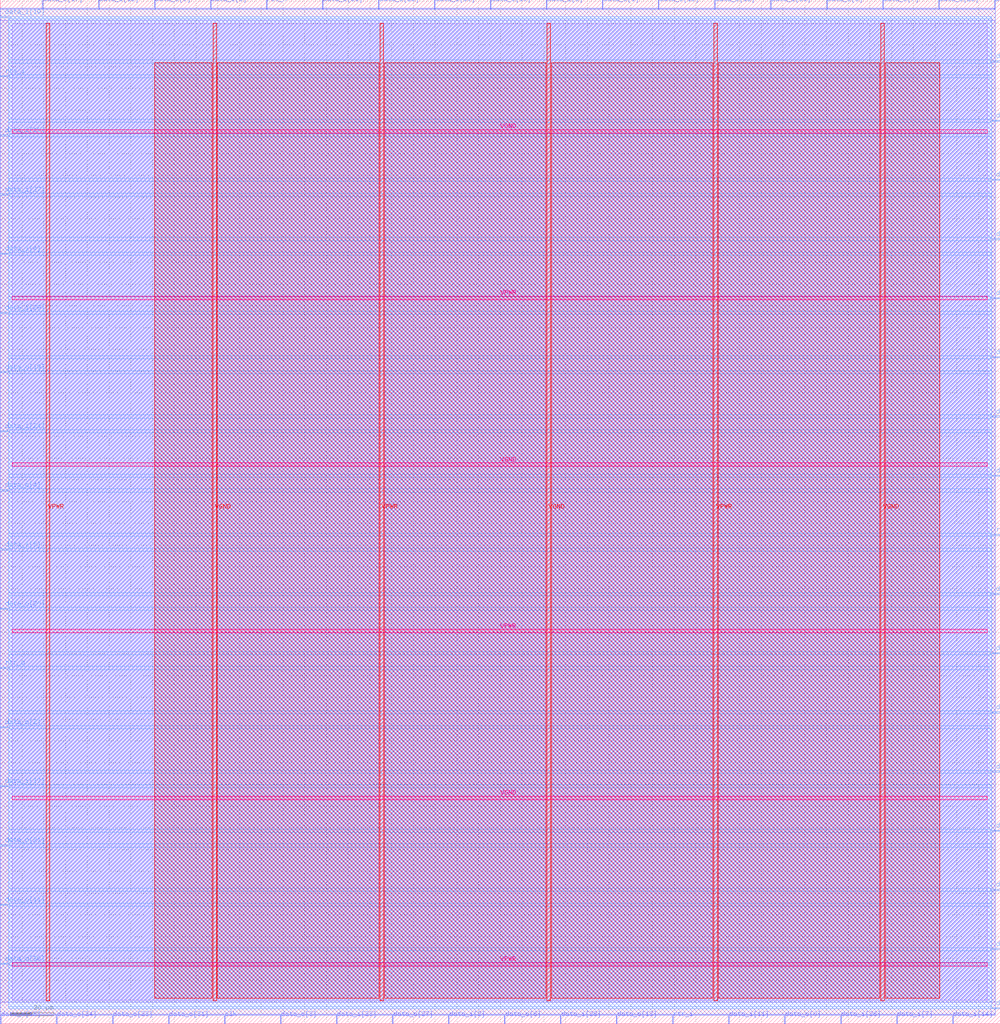
<source format=lef>
VERSION 5.7 ;
  NOWIREEXTENSIONATPIN ON ;
  DIVIDERCHAR "/" ;
  BUSBITCHARS "[]" ;
MACRO teras
  CLASS BLOCK ;
  FOREIGN teras ;
  ORIGIN 0.000 0.000 ;
  SIZE 459.920 BY 470.640 ;
  PIN VGND
    DIRECTION INPUT ;
    USE GROUND ;
    PORT
      LAYER met5 ;
        RECT 5.520 103.080 454.020 104.680 ;
    END
    PORT
      LAYER met5 ;
        RECT 5.520 256.260 454.020 257.860 ;
    END
    PORT
      LAYER met5 ;
        RECT 5.520 409.440 454.020 411.040 ;
    END
    PORT
      LAYER met4 ;
        RECT 97.840 10.640 99.440 459.920 ;
    END
    PORT
      LAYER met4 ;
        RECT 251.440 10.640 253.040 459.920 ;
    END
    PORT
      LAYER met4 ;
        RECT 405.040 10.640 406.640 459.920 ;
    END
  END VGND
  PIN VPWR
    DIRECTION INPUT ;
    USE POWER ;
    PORT
      LAYER met5 ;
        RECT 5.520 26.490 454.020 28.090 ;
    END
    PORT
      LAYER met5 ;
        RECT 5.520 179.670 454.020 181.270 ;
    END
    PORT
      LAYER met5 ;
        RECT 5.520 332.850 454.020 334.450 ;
    END
    PORT
      LAYER met4 ;
        RECT 21.040 10.640 22.640 459.920 ;
    END
    PORT
      LAYER met4 ;
        RECT 174.640 10.640 176.240 459.920 ;
    END
    PORT
      LAYER met4 ;
        RECT 328.240 10.640 329.840 459.920 ;
    END
  END VPWR
  PIN clk
    DIRECTION INPUT ;
    USE SIGNAL ;
    PORT
      LAYER met2 ;
        RECT 103.130 0.000 103.410 4.000 ;
    END
  END clk
  PIN data_i[0]
    DIRECTION INPUT ;
    USE SIGNAL ;
    PORT
      LAYER met3 ;
        RECT 455.920 197.240 459.920 197.840 ;
    END
  END data_i[0]
  PIN data_i[10]
    DIRECTION INPUT ;
    USE SIGNAL ;
    PORT
      LAYER met3 ;
        RECT 0.000 408.040 4.000 408.640 ;
    END
  END data_i[10]
  PIN data_i[11]
    DIRECTION INPUT ;
    USE SIGNAL ;
    PORT
      LAYER met2 ;
        RECT 334.970 0.000 335.250 4.000 ;
    END
  END data_i[11]
  PIN data_i[12]
    DIRECTION INPUT ;
    USE SIGNAL ;
    PORT
      LAYER met2 ;
        RECT 45.170 466.640 45.450 470.640 ;
    END
  END data_i[12]
  PIN data_i[13]
    DIRECTION INPUT ;
    USE SIGNAL ;
    PORT
      LAYER met3 ;
        RECT 455.920 306.040 459.920 306.640 ;
    END
  END data_i[13]
  PIN data_i[14]
    DIRECTION INPUT ;
    USE SIGNAL ;
    PORT
      LAYER met2 ;
        RECT 438.010 0.000 438.290 4.000 ;
    END
  END data_i[14]
  PIN data_i[15]
    DIRECTION INPUT ;
    USE SIGNAL ;
    PORT
      LAYER met3 ;
        RECT 455.920 61.240 459.920 61.840 ;
    END
  END data_i[15]
  PIN data_i[16]
    DIRECTION INPUT ;
    USE SIGNAL ;
    PORT
      LAYER met3 ;
        RECT 455.920 88.440 459.920 89.040 ;
    END
  END data_i[16]
  PIN data_i[17]
    DIRECTION INPUT ;
    USE SIGNAL ;
    PORT
      LAYER met3 ;
        RECT 0.000 108.840 4.000 109.440 ;
    END
  END data_i[17]
  PIN data_i[18]
    DIRECTION INPUT ;
    USE SIGNAL ;
    PORT
      LAYER met3 ;
        RECT 455.920 360.440 459.920 361.040 ;
    END
  END data_i[18]
  PIN data_i[19]
    DIRECTION INPUT ;
    USE SIGNAL ;
    PORT
      LAYER met3 ;
        RECT 0.000 462.440 4.000 463.040 ;
    END
  END data_i[19]
  PIN data_i[1]
    DIRECTION INPUT ;
    USE SIGNAL ;
    PORT
      LAYER met3 ;
        RECT 455.920 333.240 459.920 333.840 ;
    END
  END data_i[1]
  PIN data_i[20]
    DIRECTION INPUT ;
    USE SIGNAL ;
    PORT
      LAYER met3 ;
        RECT 455.920 34.040 459.920 34.640 ;
    END
  END data_i[20]
  PIN data_i[21]
    DIRECTION INPUT ;
    USE SIGNAL ;
    PORT
      LAYER met2 ;
        RECT 148.210 466.640 148.490 470.640 ;
    END
  END data_i[21]
  PIN data_i[22]
    DIRECTION INPUT ;
    USE SIGNAL ;
    PORT
      LAYER met3 ;
        RECT 455.920 142.840 459.920 143.440 ;
    END
  END data_i[22]
  PIN data_i[23]
    DIRECTION INPUT ;
    USE SIGNAL ;
    PORT
      LAYER met2 ;
        RECT 154.650 0.000 154.930 4.000 ;
    END
  END data_i[23]
  PIN data_i[24]
    DIRECTION INPUT ;
    USE SIGNAL ;
    PORT
      LAYER met3 ;
        RECT 0.000 272.040 4.000 272.640 ;
    END
  END data_i[24]
  PIN data_i[25]
    DIRECTION INPUT ;
    USE SIGNAL ;
    PORT
      LAYER met3 ;
        RECT 455.920 278.840 459.920 279.440 ;
    END
  END data_i[25]
  PIN data_i[26]
    DIRECTION INPUT ;
    USE SIGNAL ;
    PORT
      LAYER met2 ;
        RECT 386.490 0.000 386.770 4.000 ;
    END
  END data_i[26]
  PIN data_i[27]
    DIRECTION INPUT ;
    USE SIGNAL ;
    PORT
      LAYER met3 ;
        RECT 0.000 380.840 4.000 381.440 ;
    END
  END data_i[27]
  PIN data_i[28]
    DIRECTION INPUT ;
    USE SIGNAL ;
    PORT
      LAYER met2 ;
        RECT 257.690 0.000 257.970 4.000 ;
    END
  END data_i[28]
  PIN data_i[29]
    DIRECTION INPUT ;
    USE SIGNAL ;
    PORT
      LAYER met3 ;
        RECT 0.000 326.440 4.000 327.040 ;
    END
  END data_i[29]
  PIN data_i[2]
    DIRECTION INPUT ;
    USE SIGNAL ;
    PORT
      LAYER met2 ;
        RECT 206.170 0.000 206.450 4.000 ;
    END
  END data_i[2]
  PIN data_i[30]
    DIRECTION INPUT ;
    USE SIGNAL ;
    PORT
      LAYER met2 ;
        RECT 199.730 466.640 200.010 470.640 ;
    END
  END data_i[30]
  PIN data_i[31]
    DIRECTION INPUT ;
    USE SIGNAL ;
    PORT
      LAYER met2 ;
        RECT 354.290 466.640 354.570 470.640 ;
    END
  END data_i[31]
  PIN data_i[3]
    DIRECTION INPUT ;
    USE SIGNAL ;
    PORT
      LAYER met2 ;
        RECT 96.690 466.640 96.970 470.640 ;
    END
  END data_i[3]
  PIN data_i[4]
    DIRECTION INPUT ;
    USE SIGNAL ;
    PORT
      LAYER met3 ;
        RECT 0.000 353.640 4.000 354.240 ;
    END
  END data_i[4]
  PIN data_i[5]
    DIRECTION INPUT ;
    USE SIGNAL ;
    PORT
      LAYER met3 ;
        RECT 0.000 217.640 4.000 218.240 ;
    END
  END data_i[5]
  PIN data_i[6]
    DIRECTION INPUT ;
    USE SIGNAL ;
    PORT
      LAYER met2 ;
        RECT 457.330 466.640 457.610 470.640 ;
    END
  END data_i[6]
  PIN data_i[7]
    DIRECTION INPUT ;
    USE SIGNAL ;
    PORT
      LAYER met2 ;
        RECT 412.250 0.000 412.530 4.000 ;
    END
  END data_i[7]
  PIN data_i[8]
    DIRECTION INPUT ;
    USE SIGNAL ;
    PORT
      LAYER met2 ;
        RECT 251.250 466.640 251.530 470.640 ;
    END
  END data_i[8]
  PIN data_i[9]
    DIRECTION INPUT ;
    USE SIGNAL ;
    PORT
      LAYER met3 ;
        RECT 455.920 442.040 459.920 442.640 ;
    END
  END data_i[9]
  PIN data_o[0]
    DIRECTION OUTPUT TRISTATE ;
    USE SIGNAL ;
    PORT
      LAYER met2 ;
        RECT 360.730 0.000 361.010 4.000 ;
    END
  END data_o[0]
  PIN data_o[10]
    DIRECTION OUTPUT TRISTATE ;
    USE SIGNAL ;
    PORT
      LAYER met2 ;
        RECT 225.490 466.640 225.770 470.640 ;
    END
  END data_o[10]
  PIN data_o[11]
    DIRECTION OUTPUT TRISTATE ;
    USE SIGNAL ;
    PORT
      LAYER met3 ;
        RECT 0.000 54.440 4.000 55.040 ;
    END
  END data_o[11]
  PIN data_o[12]
    DIRECTION OUTPUT TRISTATE ;
    USE SIGNAL ;
    PORT
      LAYER met3 ;
        RECT 455.920 115.640 459.920 116.240 ;
    END
  END data_o[12]
  PIN data_o[13]
    DIRECTION OUTPUT TRISTATE ;
    USE SIGNAL ;
    PORT
      LAYER met2 ;
        RECT 283.450 0.000 283.730 4.000 ;
    END
  END data_o[13]
  PIN data_o[14]
    DIRECTION OUTPUT TRISTATE ;
    USE SIGNAL ;
    PORT
      LAYER met3 ;
        RECT 455.920 170.040 459.920 170.640 ;
    END
  END data_o[14]
  PIN data_o[15]
    DIRECTION OUTPUT TRISTATE ;
    USE SIGNAL ;
    PORT
      LAYER met2 ;
        RECT 302.770 466.640 303.050 470.640 ;
    END
  END data_o[15]
  PIN data_o[16]
    DIRECTION OUTPUT TRISTATE ;
    USE SIGNAL ;
    PORT
      LAYER met2 ;
        RECT 328.530 466.640 328.810 470.640 ;
    END
  END data_o[16]
  PIN data_o[17]
    DIRECTION OUTPUT TRISTATE ;
    USE SIGNAL ;
    PORT
      LAYER met2 ;
        RECT 19.410 466.640 19.690 470.640 ;
    END
  END data_o[17]
  PIN data_o[18]
    DIRECTION OUTPUT TRISTATE ;
    USE SIGNAL ;
    PORT
      LAYER met2 ;
        RECT 0.090 0.000 0.370 4.000 ;
    END
  END data_o[18]
  PIN data_o[19]
    DIRECTION OUTPUT TRISTATE ;
    USE SIGNAL ;
    PORT
      LAYER met3 ;
        RECT 0.000 299.240 4.000 299.840 ;
    END
  END data_o[19]
  PIN data_o[1]
    DIRECTION OUTPUT TRISTATE ;
    USE SIGNAL ;
    PORT
      LAYER met2 ;
        RECT 277.010 466.640 277.290 470.640 ;
    END
  END data_o[1]
  PIN data_o[20]
    DIRECTION OUTPUT TRISTATE ;
    USE SIGNAL ;
    PORT
      LAYER met3 ;
        RECT 0.000 190.440 4.000 191.040 ;
    END
  END data_o[20]
  PIN data_o[21]
    DIRECTION OUTPUT TRISTATE ;
    USE SIGNAL ;
    PORT
      LAYER met3 ;
        RECT 0.000 81.640 4.000 82.240 ;
    END
  END data_o[21]
  PIN data_o[22]
    DIRECTION OUTPUT TRISTATE ;
    USE SIGNAL ;
    PORT
      LAYER met2 ;
        RECT 173.970 466.640 174.250 470.640 ;
    END
  END data_o[22]
  PIN data_o[23]
    DIRECTION OUTPUT TRISTATE ;
    USE SIGNAL ;
    PORT
      LAYER met2 ;
        RECT 51.610 0.000 51.890 4.000 ;
    END
  END data_o[23]
  PIN data_o[24]
    DIRECTION OUTPUT TRISTATE ;
    USE SIGNAL ;
    PORT
      LAYER met2 ;
        RECT 25.850 0.000 26.130 4.000 ;
    END
  END data_o[24]
  PIN data_o[25]
    DIRECTION OUTPUT TRISTATE ;
    USE SIGNAL ;
    PORT
      LAYER met3 ;
        RECT 455.920 414.840 459.920 415.440 ;
    END
  END data_o[25]
  PIN data_o[26]
    DIRECTION OUTPUT TRISTATE ;
    USE SIGNAL ;
    PORT
      LAYER met2 ;
        RECT 431.570 466.640 431.850 470.640 ;
    END
  END data_o[26]
  PIN data_o[27]
    DIRECTION OUTPUT TRISTATE ;
    USE SIGNAL ;
    PORT
      LAYER met2 ;
        RECT 180.410 0.000 180.690 4.000 ;
    END
  END data_o[27]
  PIN data_o[28]
    DIRECTION OUTPUT TRISTATE ;
    USE SIGNAL ;
    PORT
      LAYER met3 ;
        RECT 455.920 387.640 459.920 388.240 ;
    END
  END data_o[28]
  PIN data_o[29]
    DIRECTION OUTPUT TRISTATE ;
    USE SIGNAL ;
    PORT
      LAYER met3 ;
        RECT 455.920 6.840 459.920 7.440 ;
    END
  END data_o[29]
  PIN data_o[2]
    DIRECTION OUTPUT TRISTATE ;
    USE SIGNAL ;
    PORT
      LAYER met3 ;
        RECT 0.000 136.040 4.000 136.640 ;
    END
  END data_o[2]
  PIN data_o[30]
    DIRECTION OUTPUT TRISTATE ;
    USE SIGNAL ;
    PORT
      LAYER met3 ;
        RECT 0.000 27.240 4.000 27.840 ;
    END
  END data_o[30]
  PIN data_o[31]
    DIRECTION OUTPUT TRISTATE ;
    USE SIGNAL ;
    PORT
      LAYER met2 ;
        RECT 77.370 0.000 77.650 4.000 ;
    END
  END data_o[31]
  PIN data_o[3]
    DIRECTION OUTPUT TRISTATE ;
    USE SIGNAL ;
    PORT
      LAYER met2 ;
        RECT 128.890 0.000 129.170 4.000 ;
    END
  END data_o[3]
  PIN data_o[4]
    DIRECTION OUTPUT TRISTATE ;
    USE SIGNAL ;
    PORT
      LAYER met3 ;
        RECT 0.000 244.840 4.000 245.440 ;
    END
  END data_o[4]
  PIN data_o[5]
    DIRECTION OUTPUT TRISTATE ;
    USE SIGNAL ;
    PORT
      LAYER met3 ;
        RECT 455.920 251.640 459.920 252.240 ;
    END
  END data_o[5]
  PIN data_o[6]
    DIRECTION OUTPUT TRISTATE ;
    USE SIGNAL ;
    PORT
      LAYER met2 ;
        RECT 231.930 0.000 232.210 4.000 ;
    END
  END data_o[6]
  PIN data_o[7]
    DIRECTION OUTPUT TRISTATE ;
    USE SIGNAL ;
    PORT
      LAYER met2 ;
        RECT 405.810 466.640 406.090 470.640 ;
    END
  END data_o[7]
  PIN data_o[8]
    DIRECTION OUTPUT TRISTATE ;
    USE SIGNAL ;
    PORT
      LAYER met2 ;
        RECT 380.050 466.640 380.330 470.640 ;
    END
  END data_o[8]
  PIN data_o[9]
    DIRECTION OUTPUT TRISTATE ;
    USE SIGNAL ;
    PORT
      LAYER met2 ;
        RECT 70.930 466.640 71.210 470.640 ;
    END
  END data_o[9]
  PIN rst_n
    DIRECTION INPUT ;
    USE SIGNAL ;
    PORT
      LAYER met2 ;
        RECT 122.450 466.640 122.730 470.640 ;
    END
  END rst_n
  PIN rtr_i
    DIRECTION INPUT ;
    USE SIGNAL ;
    PORT
      LAYER met2 ;
        RECT 309.210 0.000 309.490 4.000 ;
    END
  END rtr_i
  PIN rtr_o
    DIRECTION OUTPUT TRISTATE ;
    USE SIGNAL ;
    PORT
      LAYER met3 ;
        RECT 0.000 163.240 4.000 163.840 ;
    END
  END rtr_o
  PIN rts_i
    DIRECTION INPUT ;
    USE SIGNAL ;
    PORT
      LAYER met3 ;
        RECT 0.000 435.240 4.000 435.840 ;
    END
  END rts_i
  PIN rts_o
    DIRECTION OUTPUT TRISTATE ;
    USE SIGNAL ;
    PORT
      LAYER met3 ;
        RECT 455.920 224.440 459.920 225.040 ;
    END
  END rts_o
  OBS
      LAYER li1 ;
        RECT 5.520 10.795 454.020 459.765 ;
      LAYER met1 ;
        RECT 0.070 9.900 457.630 461.340 ;
      LAYER met2 ;
        RECT 0.100 466.360 19.130 466.890 ;
        RECT 19.970 466.360 44.890 466.890 ;
        RECT 45.730 466.360 70.650 466.890 ;
        RECT 71.490 466.360 96.410 466.890 ;
        RECT 97.250 466.360 122.170 466.890 ;
        RECT 123.010 466.360 147.930 466.890 ;
        RECT 148.770 466.360 173.690 466.890 ;
        RECT 174.530 466.360 199.450 466.890 ;
        RECT 200.290 466.360 225.210 466.890 ;
        RECT 226.050 466.360 250.970 466.890 ;
        RECT 251.810 466.360 276.730 466.890 ;
        RECT 277.570 466.360 302.490 466.890 ;
        RECT 303.330 466.360 328.250 466.890 ;
        RECT 329.090 466.360 354.010 466.890 ;
        RECT 354.850 466.360 379.770 466.890 ;
        RECT 380.610 466.360 405.530 466.890 ;
        RECT 406.370 466.360 431.290 466.890 ;
        RECT 432.130 466.360 457.050 466.890 ;
        RECT 0.100 4.280 457.600 466.360 ;
        RECT 0.650 4.000 25.570 4.280 ;
        RECT 26.410 4.000 51.330 4.280 ;
        RECT 52.170 4.000 77.090 4.280 ;
        RECT 77.930 4.000 102.850 4.280 ;
        RECT 103.690 4.000 128.610 4.280 ;
        RECT 129.450 4.000 154.370 4.280 ;
        RECT 155.210 4.000 180.130 4.280 ;
        RECT 180.970 4.000 205.890 4.280 ;
        RECT 206.730 4.000 231.650 4.280 ;
        RECT 232.490 4.000 257.410 4.280 ;
        RECT 258.250 4.000 283.170 4.280 ;
        RECT 284.010 4.000 308.930 4.280 ;
        RECT 309.770 4.000 334.690 4.280 ;
        RECT 335.530 4.000 360.450 4.280 ;
        RECT 361.290 4.000 386.210 4.280 ;
        RECT 387.050 4.000 411.970 4.280 ;
        RECT 412.810 4.000 437.730 4.280 ;
        RECT 438.570 4.000 457.600 4.280 ;
      LAYER met3 ;
        RECT 4.400 462.040 455.920 462.905 ;
        RECT 4.000 443.040 455.920 462.040 ;
        RECT 4.000 441.640 455.520 443.040 ;
        RECT 4.000 436.240 455.920 441.640 ;
        RECT 4.400 434.840 455.920 436.240 ;
        RECT 4.000 415.840 455.920 434.840 ;
        RECT 4.000 414.440 455.520 415.840 ;
        RECT 4.000 409.040 455.920 414.440 ;
        RECT 4.400 407.640 455.920 409.040 ;
        RECT 4.000 388.640 455.920 407.640 ;
        RECT 4.000 387.240 455.520 388.640 ;
        RECT 4.000 381.840 455.920 387.240 ;
        RECT 4.400 380.440 455.920 381.840 ;
        RECT 4.000 361.440 455.920 380.440 ;
        RECT 4.000 360.040 455.520 361.440 ;
        RECT 4.000 354.640 455.920 360.040 ;
        RECT 4.400 353.240 455.920 354.640 ;
        RECT 4.000 334.240 455.920 353.240 ;
        RECT 4.000 332.840 455.520 334.240 ;
        RECT 4.000 327.440 455.920 332.840 ;
        RECT 4.400 326.040 455.920 327.440 ;
        RECT 4.000 307.040 455.920 326.040 ;
        RECT 4.000 305.640 455.520 307.040 ;
        RECT 4.000 300.240 455.920 305.640 ;
        RECT 4.400 298.840 455.920 300.240 ;
        RECT 4.000 279.840 455.920 298.840 ;
        RECT 4.000 278.440 455.520 279.840 ;
        RECT 4.000 273.040 455.920 278.440 ;
        RECT 4.400 271.640 455.920 273.040 ;
        RECT 4.000 252.640 455.920 271.640 ;
        RECT 4.000 251.240 455.520 252.640 ;
        RECT 4.000 245.840 455.920 251.240 ;
        RECT 4.400 244.440 455.920 245.840 ;
        RECT 4.000 225.440 455.920 244.440 ;
        RECT 4.000 224.040 455.520 225.440 ;
        RECT 4.000 218.640 455.920 224.040 ;
        RECT 4.400 217.240 455.920 218.640 ;
        RECT 4.000 198.240 455.920 217.240 ;
        RECT 4.000 196.840 455.520 198.240 ;
        RECT 4.000 191.440 455.920 196.840 ;
        RECT 4.400 190.040 455.920 191.440 ;
        RECT 4.000 171.040 455.920 190.040 ;
        RECT 4.000 169.640 455.520 171.040 ;
        RECT 4.000 164.240 455.920 169.640 ;
        RECT 4.400 162.840 455.920 164.240 ;
        RECT 4.000 143.840 455.920 162.840 ;
        RECT 4.000 142.440 455.520 143.840 ;
        RECT 4.000 137.040 455.920 142.440 ;
        RECT 4.400 135.640 455.920 137.040 ;
        RECT 4.000 116.640 455.920 135.640 ;
        RECT 4.000 115.240 455.520 116.640 ;
        RECT 4.000 109.840 455.920 115.240 ;
        RECT 4.400 108.440 455.920 109.840 ;
        RECT 4.000 89.440 455.920 108.440 ;
        RECT 4.000 88.040 455.520 89.440 ;
        RECT 4.000 82.640 455.920 88.040 ;
        RECT 4.400 81.240 455.920 82.640 ;
        RECT 4.000 62.240 455.920 81.240 ;
        RECT 4.000 60.840 455.520 62.240 ;
        RECT 4.000 55.440 455.920 60.840 ;
        RECT 4.400 54.040 455.920 55.440 ;
        RECT 4.000 35.040 455.920 54.040 ;
        RECT 4.000 33.640 455.520 35.040 ;
        RECT 4.000 28.240 455.920 33.640 ;
        RECT 4.400 26.840 455.920 28.240 ;
        RECT 4.000 7.840 455.920 26.840 ;
        RECT 4.000 6.975 455.520 7.840 ;
      LAYER met4 ;
        RECT 71.135 11.735 97.440 441.825 ;
        RECT 99.840 11.735 174.240 441.825 ;
        RECT 176.640 11.735 251.040 441.825 ;
        RECT 253.440 11.735 327.840 441.825 ;
        RECT 330.240 11.735 404.640 441.825 ;
        RECT 407.040 11.735 432.105 441.825 ;
  END
END teras
END LIBRARY


</source>
